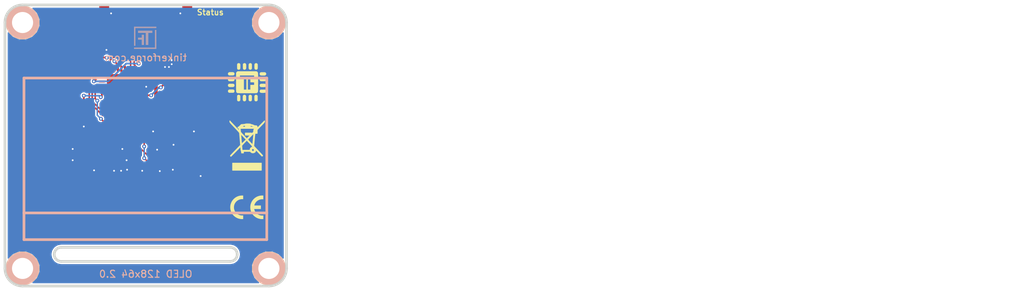
<source format=kicad_pcb>
(kicad_pcb (version 4) (host pcbnew 4.0.7-e2-6376~61~ubuntu18.04.1)
  (title_block (title "OLED 128x64") (date 2018-02-21) (rev 2.0) (company "Tinkerforfge GmbH") (comment 1 "Licensed under CERN OHL v.1.1") (comment 2 "Copyright (©) 2018, L.Lauer <lukas@tinkerforge.com>"))
  (layers (0 F.Cu signal) (31 B.Cu signal) (34 B.Paste user) (35 F.Paste user) (36 B.SilkS user) (37 F.SilkS user) (38 B.Mask user) (39 F.Mask user) (44 Edge.Cuts user))
  (net 0 "")
  (net 1 GND)
  (net 2 "Net-(P1-Pad4)")
  (net 3 "Net-(P1-Pad5)")
  (net 4 "Net-(P1-Pad6)")
  (net 5 "Net-(C7-Pad2)")
  (net 6 "Net-(C10-Pad2)")
  (net 7 "Net-(R1-Pad1)")
  (net 8 "Net-(C8-Pad1)")
  (net 9 "Net-(C8-Pad2)")
  (net 10 "Net-(C11-Pad2)")
  (net 11 "Net-(C10-Pad1)")
  (net 12 "Net-(RP1-Pad5)")
  (net 13 "Net-(RP1-Pad6)")
  (net 14 "Net-(RP1-Pad7)")
  (net 15 "Net-(RP1-Pad8)")
  (net 16 "Net-(P1-Pad1)")
  (net 17 "Net-(U3-Pad7)")
  (net 18 "Net-(U3-Pad20)")
  (net 19 "Net-(C1-Pad1)")
  (net 20 VCC)
  (net 21 "Net-(D1-Pad2)")
  (net 22 "Net-(P2-Pad1)")
  (net 23 "Net-(P3-Pad2)")
  (net 24 "Net-(R2-Pad1)")
  (net 25 M-CS)
  (net 26 DC)
  (net 27 M-CLK)
  (net 28 M-MOSI)
  (net 29 S-MISO)
  (net 30 S-MOSI)
  (net 31 S-CLK)
  (net 32 S-CS)
  (net 33 "Net-(U1-Pad3)")
  (net 34 "Net-(U1-Pad5)")
  (net 35 "Net-(U1-Pad6)")
  (net 36 "Net-(U1-Pad8)")
  (net 37 "Net-(U1-Pad13)")
  (net 38 "Net-(U1-Pad14)")
  (net 39 "Net-(U1-Pad16)")
  (net 40 "Net-(U1-Pad17)")
  (net 41 "Net-(U1-Pad21)")
  (net 42 OLED_RESET)
  (net 43 "Net-(U1-Pad4)")
  (module kicad-libraries:DRILL_NP (layer F.Cu) (at 136.6 124.1)
    (fp_text reference U4 hide)
    (fp_text value DRILL hide)
    (pad "" np_thru_hole circle (at 0 0) (size 2.99974 2.99974) (drill 2.99974) (layers *.Cu *.Mask F.SilkS) (clearance 0.89916))
  )
  (module kicad-libraries:DRILL_NP (layer F.Cu) (at 171.6 124.1)
    (fp_text reference U5 hide)
    (fp_text value DRILL hide)
    (pad "" np_thru_hole circle (at 0 0) (size 2.99974 2.99974) (drill 2.99974) (layers *.Cu *.Mask F.SilkS) (clearance 0.89916))
  )
  (module kicad-libraries:DRILL_NP (layer F.Cu) (at 171.6 159.1)
    (fp_text reference U6 hide)
    (fp_text value DRILL hide)
    (pad "" np_thru_hole circle (at 0 0) (size 2.99974 2.99974) (drill 2.99974) (layers *.Cu *.Mask F.SilkS) (clearance 0.89916))
  )
  (module kicad-libraries:Fiducial_Mark (layer F.Cu) (at 167.1 123.1)
    (fp_text reference Fiducial_Mark hide)
    (fp_text value VAL** hide)
    (pad 1 smd circle (at 0 0) (size 1.00076 1.00076) (layers F.Cu F.Mask) (clearance 0.65024))
  )
  (module kicad-libraries:Fiducial_Mark (layer F.Cu) (at 141.1 123.1)
    (fp_text reference Fiducial_Mark hide)
    (fp_text value VAL** hide)
    (pad 1 smd circle (at 0 0) (size 1.00076 1.00076) (layers F.Cu F.Mask) (clearance 0.65024))
  )
  (module kicad-libraries:Fiducial_Mark (layer F.Cu) (at 169.6 154.6)
    (fp_text reference Fiducial_Mark hide)
    (fp_text value VAL** hide)
    (pad 1 smd circle (at 0 0) (size 1.00076 1.00076) (layers F.Cu F.Mask) (clearance 0.65024))
  )
  (module kicad-libraries:DRILL_NP (layer F.Cu) (at 136.6 159.1)
    (fp_text reference U7 hide)
    (fp_text value DRILL hide)
    (pad "" np_thru_hole circle (at 0 0) (size 2.99974 2.99974) (drill 2.99974) (layers *.Cu *.Mask F.SilkS) (clearance 0.89916))
  )
  (module kicad-libraries:Logo_31x31 (layer B.Cu) (at 155.6 124.7 180)
    (fp_text reference G*** hide)
    (fp_text value LOGO hide)
  )
  (module kicad-libraries:C0805 (layer F.Cu) (at 156.15 140.5)
    (fp_text reference C3)
    (fp_text value 4.7µF/25V)
    (pad 1 smd rect (at -1.00076 0) (size 1.00076 1.24968) (layers F.Cu F.Paste F.Mask) (net 1 GND) (clearance 0.14986))
    (pad 2 smd rect (at 1.00076 0) (size 1.00076 1.24968) (layers F.Cu F.Paste F.Mask) (net 20 VCC) (clearance 0.14986))
  )
  (module kicad-libraries:C0603E (layer F.Cu) (at 156.5 143.05 270)
    (fp_text reference C4)
    (fp_text value 100nF)
    (pad 1 smd rect (at -0.8501 0 270) (size 1.1 1) (layers F.Cu F.Paste F.Mask) (net 1 GND))
    (pad 2 smd rect (at 0.8501 0 270) (size 1.1 1) (layers F.Cu F.Paste F.Mask) (net 20 VCC))
  )
  (module kicad-libraries:C0805 (layer F.Cu) (at 159.95 140.5 180)
    (fp_text reference C5)
    (fp_text value 4.7µF/25V)
    (pad 1 smd rect (at -1.00076 0 180) (size 1.00076 1.24968) (layers F.Cu F.Paste F.Mask) (net 1 GND) (clearance 0.14986))
    (pad 2 smd rect (at 1.00076 0 180) (size 1.00076 1.24968) (layers F.Cu F.Paste F.Mask) (net 20 VCC) (clearance 0.14986))
  )
  (module kicad-libraries:C0603E (layer F.Cu) (at 158.25 143.05 270)
    (fp_text reference C6)
    (fp_text value 100nF)
    (pad 1 smd rect (at -0.8501 0 270) (size 1.1 1) (layers F.Cu F.Paste F.Mask) (net 1 GND))
    (pad 2 smd rect (at 0.8501 0 270) (size 1.1 1) (layers F.Cu F.Paste F.Mask) (net 20 VCC))
  )
  (module kicad-libraries:C0805 (layer F.Cu) (at 149 142.1 180)
    (fp_text reference C7)
    (fp_text value 4.7µF/25V)
    (pad 1 smd rect (at -1.00076 0 180) (size 1.00076 1.24968) (layers F.Cu F.Paste F.Mask) (net 1 GND) (clearance 0.14986))
    (pad 2 smd rect (at 1.00076 0 180) (size 1.00076 1.24968) (layers F.Cu F.Paste F.Mask) (net 5 "Net-(C7-Pad2)") (clearance 0.14986))
  )
  (module kicad-libraries:C0603E (layer F.Cu) (at 160.3 143.05 270)
    (fp_text reference C8)
    (fp_text value 1µF)
    (pad 1 smd rect (at -0.8501 0 270) (size 1.1 1) (layers F.Cu F.Paste F.Mask) (net 8 "Net-(C8-Pad1)"))
    (pad 2 smd rect (at 0.8501 0 270) (size 1.1 1) (layers F.Cu F.Paste F.Mask) (net 9 "Net-(C8-Pad2)"))
  )
  (module kicad-libraries:C0805 (layer F.Cu) (at 145.5 142.1)
    (fp_text reference C9)
    (fp_text value 10µF)
    (pad 1 smd rect (at -1.00076 0) (size 1.00076 1.24968) (layers F.Cu F.Paste F.Mask) (net 1 GND) (clearance 0.14986))
    (pad 2 smd rect (at 1.00076 0) (size 1.00076 1.24968) (layers F.Cu F.Paste F.Mask) (net 10 "Net-(C11-Pad2)") (clearance 0.14986))
  )
  (module kicad-libraries:C0603E (layer F.Cu) (at 161.8 143.05 90)
    (fp_text reference C10)
    (fp_text value 1µF)
    (pad 1 smd rect (at -0.8501 0 90) (size 1.1 1) (layers F.Cu F.Paste F.Mask) (net 11 "Net-(C10-Pad1)"))
    (pad 2 smd rect (at 0.8501 0 90) (size 1.1 1) (layers F.Cu F.Paste F.Mask) (net 6 "Net-(C10-Pad2)"))
  )
  (module kicad-libraries:C0603E (layer F.Cu) (at 145.4 143.7)
    (fp_text reference C11)
    (fp_text value 100nF)
    (pad 1 smd rect (at -0.8501 0) (size 1.1 1) (layers F.Cu F.Paste F.Mask) (net 1 GND))
    (pad 2 smd rect (at 0.8501 0) (size 1.1 1) (layers F.Cu F.Paste F.Mask) (net 10 "Net-(C11-Pad2)"))
  )
  (module kicad-libraries:R0603E (layer F.Cu) (at 149.7 143.7)
    (fp_text reference R1)
    (fp_text value 390k)
    (pad 1 smd rect (at -0.8501 0) (size 1.1 1) (layers F.Cu F.Paste F.Mask) (net 7 "Net-(R1-Pad1)"))
    (pad 2 smd rect (at 0.8501 0) (size 1.1 1) (layers F.Cu F.Paste F.Mask) (net 1 GND))
  )
  (module kicad-libraries:0603X4 (layer F.Cu) (at 149.77 137.74 90)
    (fp_text reference RP1)
    (fp_text value 2k2)
    (pad 1 smd rect (at 1.19888 -0.8509 90) (size 0.44958 0.89916) (layers F.Cu F.Paste F.Mask) (net 25 M-CS))
    (pad 2 smd rect (at 0.39878 -0.8509 90) (size 0.44958 0.89916) (layers F.Cu F.Paste F.Mask) (net 26 DC))
    (pad 3 smd rect (at -0.39878 -0.8509 90) (size 0.44958 0.89916) (layers F.Cu F.Paste F.Mask) (net 27 M-CLK))
    (pad 4 smd rect (at -1.19888 -0.8509 90) (size 0.44958 0.89916) (layers F.Cu F.Paste F.Mask) (net 28 M-MOSI))
    (pad 5 smd rect (at -1.19888 0.8509 90) (size 0.44958 0.89916) (layers F.Cu F.Paste F.Mask) (net 12 "Net-(RP1-Pad5)"))
    (pad 6 smd rect (at -0.39878 0.8509 90) (size 0.44958 0.89916) (layers F.Cu F.Paste F.Mask) (net 13 "Net-(RP1-Pad6)"))
    (pad 7 smd rect (at 0.39878 0.8509 90) (size 0.44958 0.89916) (layers F.Cu F.Paste F.Mask) (net 14 "Net-(RP1-Pad7)"))
    (pad 8 smd rect (at 1.19888 0.8509 90) (size 0.44958 0.89916) (layers F.Cu F.Paste F.Mask) (net 15 "Net-(RP1-Pad8)"))
  )
  (module kicad-libraries:CE_5mm (layer F.Cu) (at 168.5 150.4)
    (fp_text reference VAL hide)
    (fp_text value CE_5mm hide)
  )
  (module kicad-libraries:WEEE_7mm (layer F.Cu) (at 168.5 141.6)
    (fp_text reference G*** hide)
    (fp_text value LOGO hide)
  )
  (module kicad-libraries:ER-CON30HT-1 (layer F.Cu) (at 154.1 146.6)
    (fp_text reference U3)
    (fp_text value OLED013)
    (pad 1 smd rect (at 7.25 -0.2) (size 0.3 1.6) (layers F.Cu F.Paste F.Mask) (net 1 GND))
    (pad 2 smd rect (at 6.75 -0.2) (size 0.3 1.6) (layers F.Cu F.Paste F.Mask) (net 6 "Net-(C10-Pad2)"))
    (pad 3 smd rect (at 6.25 -0.2) (size 0.3 1.6) (layers F.Cu F.Paste F.Mask) (net 11 "Net-(C10-Pad1)"))
    (pad 4 smd rect (at 5.75 -0.2) (size 0.3 1.6) (layers F.Cu F.Paste F.Mask) (net 9 "Net-(C8-Pad2)"))
    (pad 5 smd rect (at 5.25 -0.2) (size 0.3 1.6) (layers F.Cu F.Paste F.Mask) (net 8 "Net-(C8-Pad1)"))
    (pad 6 smd rect (at 4.75 -0.2) (size 0.3 1.6) (layers F.Cu F.Paste F.Mask) (net 20 VCC))
    (pad 7 smd rect (at 4.25 -0.2) (size 0.3 1.6) (layers F.Cu F.Paste F.Mask) (net 17 "Net-(U3-Pad7)"))
    (pad 8 smd rect (at 3.75 -0.2) (size 0.3 1.6) (layers F.Cu F.Paste F.Mask) (net 1 GND))
    (pad 9 smd rect (at 3.25 -0.2) (size 0.3 1.6) (layers F.Cu F.Paste F.Mask) (net 20 VCC))
    (pad 10 smd rect (at 2.75 -0.2) (size 0.3 1.6) (layers F.Cu F.Paste F.Mask) (net 1 GND))
    (pad 11 smd rect (at 2.25 -0.2) (size 0.3 1.6) (layers F.Cu F.Paste F.Mask) (net 1 GND))
    (pad 12 smd rect (at 1.75 -0.2) (size 0.3 1.6) (layers F.Cu F.Paste F.Mask) (net 1 GND))
    (pad 13 smd rect (at 1.25 -0.2) (size 0.3 1.6) (layers F.Cu F.Paste F.Mask) (net 15 "Net-(RP1-Pad8)"))
    (pad 14 smd rect (at 0.75 -0.2) (size 0.3 1.6) (layers F.Cu F.Paste F.Mask) (net 42 OLED_RESET))
    (pad 15 smd rect (at 0.25 -0.2) (size 0.3 1.6) (layers F.Cu F.Paste F.Mask) (net 14 "Net-(RP1-Pad7)"))
    (pad 16 smd rect (at -0.25 -0.2) (size 0.3 1.6) (layers F.Cu F.Paste F.Mask) (net 1 GND))
    (pad 17 smd rect (at -0.75 -0.2) (size 0.3 1.6) (layers F.Cu F.Paste F.Mask) (net 1 GND))
    (pad 18 smd rect (at -1.25 -0.2) (size 0.3 1.6) (layers F.Cu F.Paste F.Mask) (net 13 "Net-(RP1-Pad6)"))
    (pad 19 smd rect (at -1.75 -0.2) (size 0.3 1.6) (layers F.Cu F.Paste F.Mask) (net 12 "Net-(RP1-Pad5)"))
    (pad 20 smd rect (at -2.25 -0.2) (size 0.3 1.6) (layers F.Cu F.Paste F.Mask) (net 18 "Net-(U3-Pad20)"))
    (pad 21 smd rect (at -2.75 -0.2) (size 0.3 1.6) (layers F.Cu F.Paste F.Mask) (net 1 GND))
    (pad 22 smd rect (at -3.25 -0.2) (size 0.3 1.6) (layers F.Cu F.Paste F.Mask) (net 1 GND))
    (pad 23 smd rect (at -3.75 -0.2) (size 0.3 1.6) (layers F.Cu F.Paste F.Mask) (net 1 GND))
    (pad 24 smd rect (at -4.24 -0.2) (size 0.3 1.6) (layers F.Cu F.Paste F.Mask) (net 1 GND))
    (pad 25 smd rect (at -4.75 -0.2) (size 0.3 1.6) (layers F.Cu F.Paste F.Mask) (net 1 GND))
    (pad 26 smd rect (at -5.25 -0.2) (size 0.3 1.6) (layers F.Cu F.Paste F.Mask) (net 7 "Net-(R1-Pad1)"))
    (pad 27 smd rect (at -5.75 -0.2) (size 0.3 1.6) (layers F.Cu F.Paste F.Mask) (net 5 "Net-(C7-Pad2)"))
    (pad 28 smd rect (at -6.25 -0.2) (size 0.3 1.6) (layers F.Cu F.Paste F.Mask) (net 10 "Net-(C11-Pad2)"))
    (pad 29 smd rect (at -6.75 -0.2) (size 0.3 1.6) (layers F.Cu F.Paste F.Mask) (net 1 GND))
    (pad 30 smd rect (at -7.25 -0.2) (size 0.3 1.6) (layers F.Cu F.Paste F.Mask) (net 1 GND))
    (pad "" smd rect (at -8.79 2.325) (size 2 3) (layers F.Cu F.Paste F.Mask))
    (pad "" smd rect (at 8.79 2.325) (size 2 3) (layers F.Cu F.Paste F.Mask))
  )
  (module kicad-libraries:C0402E (layer F.Cu) (at 149.8 128 180)
    (fp_text reference C1)
    (fp_text value 220pF)
    (pad 1 smd rect (at -0.65 0 180) (size 0.7 0.9) (layers F.Cu F.Paste F.Mask) (net 19 "Net-(C1-Pad1)"))
    (pad 2 smd rect (at 0.65 0 180) (size 0.7 0.9) (layers F.Cu F.Paste F.Mask) (net 1 GND))
  )
  (module kicad-libraries:C0805 (layer F.Cu) (at 156.2 128.2)
    (fp_text reference C12)
    (fp_text value 10uF)
    (pad 1 smd rect (at -1.00076 0) (size 1.00076 1.24968) (layers F.Cu F.Paste F.Mask) (net 20 VCC) (clearance 0.14986))
    (pad 2 smd rect (at 1.00076 0) (size 1.00076 1.24968) (layers F.Cu F.Paste F.Mask) (net 1 GND) (clearance 0.14986))
  )
  (module kicad-libraries:C0603F (layer F.Cu) (at 156.3 129.7)
    (fp_text reference C13)
    (fp_text value 1uF)
    (pad 1 smd rect (at -0.75 0) (size 0.9 0.9) (layers F.Cu F.Paste F.Mask) (net 20 VCC))
    (pad 2 smd rect (at 0.75 0) (size 0.9 0.9) (layers F.Cu F.Paste F.Mask) (net 1 GND))
  )
  (module kicad-libraries:C0603F (layer F.Cu) (at 153.44 132.49 270)
    (fp_text reference C14)
    (fp_text value 100nF)
    (pad 1 smd rect (at -0.75 0 270) (size 0.9 0.9) (layers F.Cu F.Paste F.Mask) (net 20 VCC))
    (pad 2 smd rect (at 0.75 0 270) (size 0.9 0.9) (layers F.Cu F.Paste F.Mask) (net 1 GND))
  )
  (module kicad-libraries:D0603F (layer F.Cu) (at 163.18 123.99)
    (fp_text reference D1)
    (fp_text value blue)
    (pad 1 smd rect (at -0.75 0) (size 0.9 0.9) (layers F.Cu F.Paste F.Mask) (net 20 VCC))
    (pad 2 smd rect (at 0.75 0) (size 0.9 0.9) (layers F.Cu F.Paste F.Mask) (net 21 "Net-(D1-Pad2)"))
  )
  (module kicad-libraries:CON-SENSOR2 (layer F.Cu) (at 154.1 121.6 180)
    (fp_text reference P1)
    (fp_text value CON-SENSOR2)
    (pad 1 smd rect (at -3.75 -4.6 180) (size 0.6 1.8) (layers F.Cu F.Paste F.Mask) (net 16 "Net-(P1-Pad1)"))
    (pad 2 smd rect (at -2.5 -4.6 180) (size 0.6 1.8) (layers F.Cu F.Paste F.Mask) (net 1 GND))
    (pad EP smd rect (at -5.9 -1.2 180) (size 1.4 2.4) (layers F.Cu F.Paste F.Mask) (net 1 GND))
    (pad EP smd rect (at 5.9 -1.2 180) (size 1.4 2.4) (layers F.Cu F.Paste F.Mask) (net 1 GND))
    (pad 3 smd rect (at -1.25 -4.6 180) (size 0.6 1.8) (layers F.Cu F.Paste F.Mask) (net 20 VCC))
    (pad 4 smd rect (at 0 -4.6 180) (size 0.6 1.8) (layers F.Cu F.Paste F.Mask) (net 2 "Net-(P1-Pad4)"))
    (pad 5 smd rect (at 1.25 -4.6 180) (size 0.6 1.8) (layers F.Cu F.Paste F.Mask) (net 3 "Net-(P1-Pad5)"))
    (pad 6 smd rect (at 2.5 -4.6 180) (size 0.6 1.8) (layers F.Cu F.Paste F.Mask) (net 4 "Net-(P1-Pad6)"))
    (pad 7 smd rect (at 3.75 -4.6 180) (size 0.6 1.8) (layers F.Cu F.Paste F.Mask) (net 19 "Net-(C1-Pad1)"))
  )
  (module kicad-libraries:DEBUG_PAD (layer F.Cu) (at 144.43 129.07)
    (fp_text reference P2)
    (fp_text value DEBUG)
    (pad 1 smd circle (at 0 0) (size 0.7 0.7) (layers F.Cu F.Paste F.Mask) (net 22 "Net-(P2-Pad1)"))
  )
  (module kicad-libraries:SolderJumper (layer F.Cu) (at 145.3 137.91 90)
    (fp_text reference P3)
    (fp_text value BOOT)
    (pad 2 smd rect (at 0.55 0 90) (size 0.3 1.4) (layers F.Cu F.Mask) (net 23 "Net-(P3-Pad2)"))
    (pad 2 smd rect (at 0.15 0 90) (size 0.6 0.5) (layers F.Cu F.Mask) (net 23 "Net-(P3-Pad2)"))
    (pad 1 smd rect (at -0.5 0 90) (size 0.4 1.4) (layers F.Cu F.Mask) (net 1 GND))
    (pad 1 smd rect (at -0.225 0.55 90) (size 0.95 0.3) (layers F.Cu F.Mask) (net 1 GND))
    (pad 1 smd rect (at -0.225 -0.55 90) (size 0.95 0.3) (layers F.Cu F.Mask) (net 1 GND))
  )
  (module kicad-libraries:R0603F (layer F.Cu) (at 163.18 125.33)
    (fp_text reference R2)
    (fp_text value 1k)
    (pad 1 smd rect (at -0.75 0) (size 0.9 0.9) (layers F.Cu F.Paste F.Mask) (net 24 "Net-(R2-Pad1)"))
    (pad 2 smd rect (at 0.75 0) (size 0.9 0.9) (layers F.Cu F.Paste F.Mask) (net 21 "Net-(D1-Pad2)"))
  )
  (module kicad-libraries:4X0402 (layer F.Cu) (at 152.2 128.5 180)
    (fp_text reference RP2)
    (fp_text value 82)
    (pad 1 smd rect (at -0.7493 0.575) (size 0.29972 0.65) (layers F.Cu F.Paste F.Mask) (net 2 "Net-(P1-Pad4)"))
    (pad 2 smd rect (at -0.24892 0.575) (size 0.29972 0.65) (layers F.Cu F.Paste F.Mask) (net 3 "Net-(P1-Pad5)"))
    (pad 3 smd rect (at 0.24892 0.575) (size 0.29972 0.65) (layers F.Cu F.Paste F.Mask) (net 4 "Net-(P1-Pad6)"))
    (pad 4 smd rect (at 0.7493 0.575) (size 0.29972 0.65) (layers F.Cu F.Paste F.Mask) (net 19 "Net-(C1-Pad1)"))
    (pad 5 smd rect (at 0.7493 -0.575 180) (size 0.29972 0.65) (layers F.Cu F.Paste F.Mask) (net 29 S-MISO))
    (pad 6 smd rect (at 0.24892 -0.575 180) (size 0.29972 0.65) (layers F.Cu F.Paste F.Mask) (net 30 S-MOSI))
    (pad 7 smd rect (at -0.24892 -0.575 180) (size 0.29972 0.65) (layers F.Cu F.Paste F.Mask) (net 31 S-CLK))
    (pad 8 smd rect (at -0.7493 -0.575 180) (size 0.29972 0.65) (layers F.Cu F.Paste F.Mask) (net 32 S-CS))
  )
  (module kicad-libraries:QFN24-4x4mm-0.5mm (layer F.Cu) (at 149.89 132.74 90)
    (fp_text reference U1)
    (fp_text value XMC130024)
    (pad 1 smd oval (at -2.025 -1.25 90) (size 1 0.3) (layers F.Cu F.Paste F.Mask) (net 28 M-MOSI))
    (pad 2 smd oval (at -2.025 -0.75 90) (size 1 0.3) (layers F.Cu F.Paste F.Mask) (net 42 OLED_RESET))
    (pad 3 smd oval (at -2.025 -0.25 90) (size 1 0.3) (layers F.Cu F.Paste F.Mask) (net 33 "Net-(U1-Pad3)"))
    (pad 4 smd oval (at -2.025 0.25 90) (size 1 0.3) (layers F.Cu F.Paste F.Mask) (net 43 "Net-(U1-Pad4)"))
    (pad 5 smd oval (at -2.025 0.75 90) (size 1 0.3) (layers F.Cu F.Paste F.Mask) (net 34 "Net-(U1-Pad5)"))
    (pad 6 smd oval (at -2.025 1.25 90) (size 1 0.3) (layers F.Cu F.Paste F.Mask) (net 35 "Net-(U1-Pad6)"))
    (pad 7 smd oval (at -1.25 2.025 180) (size 1 0.3) (layers F.Cu F.Paste F.Mask) (net 24 "Net-(R2-Pad1)"))
    (pad 8 smd oval (at -0.75 2.025 180) (size 1 0.3) (layers F.Cu F.Paste F.Mask) (net 36 "Net-(U1-Pad8)"))
    (pad 9 smd oval (at -0.25 2.025 180) (size 1 0.3) (layers F.Cu F.Paste F.Mask) (net 1 GND))
    (pad 10 smd oval (at 0.25 2.025 180) (size 1 0.3) (layers F.Cu F.Paste F.Mask) (net 20 VCC))
    (pad 11 smd oval (at 0.75 2.025 180) (size 1 0.3) (layers F.Cu F.Paste F.Mask) (net 31 S-CLK))
    (pad 12 smd oval (at 1.25 2.025 180) (size 1 0.3) (layers F.Cu F.Paste F.Mask) (net 30 S-MOSI))
    (pad 13 smd oval (at 2.025 1.25 90) (size 1 0.3) (layers F.Cu F.Paste F.Mask) (net 37 "Net-(U1-Pad13)"))
    (pad 14 smd oval (at 2.025 0.75 90) (size 1 0.3) (layers F.Cu F.Paste F.Mask) (net 38 "Net-(U1-Pad14)"))
    (pad 15 smd oval (at 2.025 0.25 90) (size 1 0.3) (layers F.Cu F.Paste F.Mask) (net 22 "Net-(P2-Pad1)"))
    (pad 16 smd oval (at 2.025 -0.25 90) (size 1 0.3) (layers F.Cu F.Paste F.Mask) (net 39 "Net-(U1-Pad16)"))
    (pad 17 smd oval (at 2.025 -0.75 90) (size 1 0.3) (layers F.Cu F.Paste F.Mask) (net 40 "Net-(U1-Pad17)"))
    (pad 18 smd oval (at 2.025 -1.25 90) (size 1 0.3) (layers F.Cu F.Paste F.Mask) (net 29 S-MISO))
    (pad 19 smd oval (at 1.25 -2.025 180) (size 1 0.3) (layers F.Cu F.Paste F.Mask) (net 26 DC))
    (pad 20 smd oval (at 0.75 -2.025 180) (size 1 0.3) (layers F.Cu F.Paste F.Mask) (net 32 S-CS))
    (pad 21 smd oval (at 0.25 -2.025 180) (size 1 0.3) (layers F.Cu F.Paste F.Mask) (net 41 "Net-(U1-Pad21)"))
    (pad 22 smd oval (at -0.25 -2.025 180) (size 1 0.3) (layers F.Cu F.Paste F.Mask) (net 25 M-CS))
    (pad 23 smd oval (at -0.75 -2.025 180) (size 1 0.3) (layers F.Cu F.Paste F.Mask) (net 27 M-CLK))
    (pad 24 smd oval (at -1.25 -2.025 180) (size 1 0.3) (layers F.Cu F.Paste F.Mask) (net 23 "Net-(P3-Pad2)"))
    (pad EXP smd rect (at 0.65 0.65 90) (size 1.3 1.3) (layers F.Cu F.Paste F.Mask) (net 1 GND))
    (pad EXP smd rect (at 0.65 -0.65 90) (size 1.3 1.3) (layers F.Cu F.Paste F.Mask) (net 1 GND))
    (pad EXP smd rect (at -0.65 0.65 90) (size 1.3 1.3) (layers F.Cu F.Paste F.Mask) (net 1 GND))
    (pad EXP smd rect (at -0.65 -0.65 90) (size 1.3 1.3) (layers F.Cu F.Paste F.Mask) (net 1 GND))
  )
  (module kicad-libraries:Logo_CoMCU (layer F.Cu) (at 168.5 132.6)
    (fp_text reference G*** hide)
    (fp_text value LOGO hide)
  )
  (gr_text Status (at 163.28 122.65) (layer F.SilkS) (effects (font (size 0.8 0.8))))
  (gr_arc (start 142.1 157.1) (end 142.1 158.1) (angle 90) (layer Edge.Cuts) (width 0.381))
  (gr_arc (start 142.1 157.1) (end 141.1 157.1) (angle 90) (layer Edge.Cuts) (width 0.381))
  (gr_arc (start 166.1 157.1) (end 166.1 156.1) (angle 90) (layer Edge.Cuts) (width 0.381))
  (gr_arc (start 166.1 157.1) (end 167.1 157.1) (angle 90) (layer Edge.Cuts) (width 0.381))
  (gr_line (start 166.1 158.1) (end 142.1 158.1) (angle 90) (layer Edge.Cuts) (width 0.381))
  (gr_line (start 142.1 156.1) (end 166.1 156.1) (angle 90) (layer Edge.Cuts) (width 0.381))
  (gr_line (start 171.3 155) (end 171.3 151.2) (angle 90) (layer B.SilkS) (width 0.381))
  (gr_line (start 136.8 155) (end 171.3 155) (angle 90) (layer B.SilkS) (width 0.381))
  (gr_line (start 136.8 151.2) (end 136.8 155) (angle 90) (layer B.SilkS) (width 0.381))
  (gr_line (start 171.6 121.6) (end 136.6 121.6) (angle 90) (layer Edge.Cuts) (width 0.381))
  (gr_line (start 174.1 159.1) (end 174.1 124.1) (angle 90) (layer Edge.Cuts) (width 0.381))
  (gr_line (start 136.6 161.6) (end 171.6 161.6) (angle 90) (layer Edge.Cuts) (width 0.381))
  (gr_line (start 134.1 124.1) (end 134.1 159.1) (angle 90) (layer Edge.Cuts) (width 0.381))
  (gr_line (start 136.8 151.2) (end 136.8 132) (angle 90) (layer B.SilkS) (width 0.381))
  (gr_line (start 171.3 151.2) (end 136.8 151.2) (angle 90) (layer B.SilkS) (width 0.381))
  (gr_line (start 171.3 132) (end 171.3 151.2) (angle 90) (layer B.SilkS) (width 0.381))
  (gr_line (start 136.8 132) (end 171.3 132) (angle 90) (layer B.SilkS) (width 0.381))
  (gr_text "OLED 128x64 2.0" (at 154.1 159.9) (layer B.SilkS) (effects (font (size 1 1)) (justify mirror)))
  (gr_text tinkerforge.com (at 154.1 129.1) (layer B.SilkS) (effects (font (size 1 1)) (justify mirror)))
  (gr_arc (start 171.6 124.1) (end 171.6 121.6) (angle 90) (layer Edge.Cuts) (width 0.381))
  (gr_arc (start 136.6 124.1) (end 134.1 124.1) (angle 90) (layer Edge.Cuts) (width 0.381))
  (gr_arc (start 136.6 159.1) (end 136.6 161.6) (angle 90) (layer Edge.Cuts) (width 0.381))
  (gr_arc (start 171.6 159.1) (end 174.1 159.1) (angle 90) (layer Edge.Cuts) (width 0.381))
  (segment (start 145.3 138.41) (end 145.3 138.9) (width 0.2) (layer F.Cu) (net 1))
  (via (at 145.3 138.9) (size 0.55) (drill 0.25) (layers F.Cu B.Cu) (net 1))
  (segment (start 144.75 138.135) (end 144.75 138.35) (width 0.2) (layer F.Cu) (net 1))
  (segment (start 144.75 138.35) (end 144.81 138.41) (width 0.2) (layer F.Cu) (net 1))
  (segment (start 144.81 138.41) (end 145.75 138.41) (width 0.2) (layer F.Cu) (net 1))
  (segment (start 145.75 138.41) (end 145.87 138.29) (width 0.2) (layer F.Cu) (net 1))
  (segment (start 145.87 138.29) (end 145.87 138.1) (width 0.2) (layer F.Cu) (net 1))
  (segment (start 145.87 138.1) (end 145.85 138.135) (width 0.2) (layer F.Cu) (net 1))
  (segment (start 149.15 128) (end 148.52 128) (width 0.55) (layer F.Cu) (net 1))
  (via (at 148.52 128) (size 0.55) (drill 0.25) (layers F.Cu B.Cu) (net 1))
  (segment (start 156.5 142.1999) (end 155.7201 142.1999) (width 0.55) (layer F.Cu) (net 1))
  (via (at 155.72 142.2) (size 0.55) (drill 0.25) (layers F.Cu B.Cu) (net 1))
  (segment (start 155.7201 142.1999) (end 155.72 142.2) (width 0.55) (layer F.Cu) (net 1))
  (segment (start 146.85 145.44) (end 146.85 145.23) (width 0.25) (layer F.Cu) (net 1))
  (via (at 146.76 145.14) (size 0.55) (drill 0.25) (layers F.Cu B.Cu) (net 1))
  (segment (start 146.85 145.23) (end 146.76 145.14) (width 0.25) (layer F.Cu) (net 1))
  (segment (start 147.35 146.4) (end 147.35 145.515688) (width 0.25) (layer F.Cu) (net 1))
  (segment (start 146.85 145.44) (end 146.85 146.4) (width 0.25) (layer F.Cu) (net 1))
  (segment (start 146.99 145.3) (end 146.85 145.44) (width 0.25) (layer F.Cu) (net 1))
  (segment (start 147.134312 145.3) (end 146.99 145.3) (width 0.25) (layer F.Cu) (net 1))
  (segment (start 147.35 145.515688) (end 147.134312 145.3) (width 0.25) (layer F.Cu) (net 1))
  (segment (start 144.5499 143.7) (end 143.72 143.7) (width 0.55) (layer F.Cu) (net 1))
  (via (at 143.72 143.7) (size 0.55) (drill 0.25) (layers F.Cu B.Cu) (net 1))
  (segment (start 144.49924 142.1) (end 143.72 142.1) (width 0.55) (layer F.Cu) (net 1))
  (via (at 143.72 142.1) (size 0.55) (drill 0.25) (layers F.Cu B.Cu) (net 1))
  (segment (start 150.00076 142.1) (end 150.78 142.1) (width 0.55) (layer F.Cu) (net 1))
  (via (at 150.78 142.1) (size 0.55) (drill 0.25) (layers F.Cu B.Cu) (net 1))
  (segment (start 150.5501 143.7) (end 151.38 143.7) (width 0.55) (layer F.Cu) (net 1))
  (via (at 151.38 143.7) (size 0.55) (drill 0.25) (layers F.Cu B.Cu) (net 1))
  (segment (start 160.95076 140.5) (end 160.95076 139.60076) (width 0.55) (layer F.Cu) (net 1))
  (via (at 160.95 139.6) (size 0.55) (drill 0.25) (layers F.Cu B.Cu) (net 1))
  (segment (start 160.95076 139.60076) (end 160.95 139.6) (width 0.55) (layer F.Cu) (net 1))
  (segment (start 155.14924 140.5) (end 155.14924 139.60076) (width 0.55) (layer F.Cu) (net 1))
  (via (at 155.15 139.6) (size 0.55) (drill 0.25) (layers F.Cu B.Cu) (net 1))
  (segment (start 155.14924 139.60076) (end 155.15 139.6) (width 0.55) (layer F.Cu) (net 1))
  (segment (start 153.44 133.24) (end 154.17 133.24) (width 0.55) (layer F.Cu) (net 1))
  (via (at 154.17 133.24) (size 0.55) (drill 0.25) (layers F.Cu B.Cu) (net 1))
  (segment (start 160 122.8) (end 159.02 122.8) (width 0.55) (layer F.Cu) (net 1))
  (via (at 159.02 122.8) (size 0.55) (drill 0.25) (layers F.Cu B.Cu) (net 1))
  (segment (start 148.2 122.8) (end 149.18 122.8) (width 0.55) (layer F.Cu) (net 1))
  (via (at 149.18 122.8) (size 0.55) (drill 0.25) (layers F.Cu B.Cu) (net 1))
  (via (at 149.6 145.2) (size 0.55) (drill 0.25) (layers F.Cu B.Cu) (net 1))
  (segment (start 150.54 132.09) (end 149.24 132.09) (width 0.2) (layer F.Cu) (net 1))
  (segment (start 150.54 133.39) (end 149.24 133.39) (width 0.2) (layer F.Cu) (net 1))
  (segment (start 149.24 133.39) (end 149.24 132.09) (width 0.2) (layer F.Cu) (net 1))
  (segment (start 151.915 132.99) (end 150.94 132.99) (width 0.2) (layer F.Cu) (net 1))
  (segment (start 150.94 132.99) (end 150.54 133.39) (width 0.2) (layer F.Cu) (net 1))
  (segment (start 151.915 132.99) (end 152.61 132.99) (width 0.2) (layer F.Cu) (net 1))
  (segment (start 152.86 133.24) (end 153.44 133.24) (width 0.2) (layer F.Cu) (net 1))
  (segment (start 152.61 132.99) (end 152.86 133.24) (width 0.2) (layer F.Cu) (net 1))
  (segment (start 156.84 130.43) (end 156.84 129.91) (width 0.55) (layer F.Cu) (net 1))
  (via (at 156.84 130.43) (size 0.55) (drill 0.25) (layers F.Cu B.Cu) (net 1))
  (segment (start 156.84 129.91) (end 157.05 129.7) (width 0.55) (layer F.Cu) (net 1))
  (segment (start 157.79 130.03) (end 157.79 129.47) (width 0.55) (layer F.Cu) (net 1))
  (segment (start 157.54 129.7) (end 157.78 129.46) (width 0.55) (layer F.Cu) (net 1))
  (via (at 157.78 129.46) (size 0.55) (drill 0.25) (layers F.Cu B.Cu) (net 1))
  (segment (start 157.54 129.7) (end 157.05 129.7) (width 0.55) (layer F.Cu) (net 1))
  (via (at 157.79 130.03) (size 0.55) (drill 0.25) (layers F.Cu B.Cu) (net 1))
  (segment (start 157.79 129.47) (end 157.78 129.46) (width 0.55) (layer F.Cu) (net 1))
  (segment (start 157.4 130.43) (end 157.4 130.42) (width 0.55) (layer F.Cu) (net 1))
  (segment (start 157.79 130.03) (end 157.46 129.7) (width 0.55) (layer F.Cu) (net 1))
  (via (at 157.4 130.43) (size 0.55) (drill 0.25) (layers F.Cu B.Cu) (net 1))
  (segment (start 157.05 130.22) (end 157.05 129.7) (width 0.55) (layer F.Cu) (net 1))
  (segment (start 157.05 130.22) (end 156.84 130.43) (width 0.55) (layer F.Cu) (net 1))
  (segment (start 156.84 130.43) (end 157.4 130.43) (width 0.55) (layer F.Cu) (net 1))
  (segment (start 157.4 130.42) (end 157.79 130.03) (width 0.55) (layer F.Cu) (net 1))
  (segment (start 157.05 130.08) (end 157.4 130.43) (width 0.55) (layer F.Cu) (net 1))
  (segment (start 157.05 129.7) (end 157.46 129.7) (width 0.55) (layer F.Cu) (net 1))
  (segment (start 157.20076 128.2) (end 157.20076 129.54924) (width 0.55) (layer F.Cu) (net 1))
  (segment (start 157.20076 129.54924) (end 157.05 129.7) (width 0.55) (layer F.Cu) (net 1))
  (segment (start 156.6 126.2) (end 156.6 127.69924) (width 0.55) (layer F.Cu) (net 1))
  (segment (start 156.6 127.69924) (end 157.10076 128.2) (width 0.55) (layer F.Cu) (net 1))
  (segment (start 158.25 142.1999) (end 158.25 141.7) (width 0.5) (layer F.Cu) (net 1))
  (segment (start 158.25 141.7) (end 158.05 141.5) (width 0.5) (layer F.Cu) (net 1))
  (via (at 158.05 141.5) (size 0.55) (drill 0.25) (layers F.Cu B.Cu) (net 1))
  (segment (start 161.35 146.4) (end 161.35 146.2) (width 0.254) (layer F.Cu) (net 1))
  (segment (start 161.35 146.2) (end 161.6 145.95) (width 0.254) (layer F.Cu) (net 1))
  (segment (start 161.6 145.95) (end 161.9 145.95) (width 0.254) (layer F.Cu) (net 1))
  (via (at 161.9 145.95) (size 0.55) (drill 0.25) (layers F.Cu B.Cu) (net 1))
  (segment (start 157.85 146.4) (end 157.85 145.15) (width 0.254) (layer F.Cu) (net 1))
  (via (at 157.95 145.05) (size 0.55) (drill 0.25) (layers F.Cu B.Cu) (net 1))
  (segment (start 157.85 145.15) (end 157.95 145.05) (width 0.254) (layer F.Cu) (net 1))
  (segment (start 155.85 146.4) (end 155.85 145.5) (width 0.254) (layer F.Cu) (net 1))
  (via (at 156.1 145.25) (size 0.55) (drill 0.25) (layers F.Cu B.Cu) (net 1))
  (segment (start 155.85 145.5) (end 156.1 145.25) (width 0.254) (layer F.Cu) (net 1))
  (segment (start 156.85 146.4) (end 156.85 145.65) (width 0.254) (layer F.Cu) (net 1))
  (segment (start 156.85 145.65) (end 156.45 145.25) (width 0.254) (layer F.Cu) (net 1))
  (segment (start 156.45 145.25) (end 156.1 145.25) (width 0.254) (layer F.Cu) (net 1))
  (segment (start 156.35 146.4) (end 156.35 145.5) (width 0.254) (layer F.Cu) (net 1))
  (segment (start 156.35 145.5) (end 156.1 145.25) (width 0.254) (layer F.Cu) (net 1))
  (segment (start 153.85 146.4) (end 153.85 145.45) (width 0.254) (layer F.Cu) (net 1))
  (segment (start 153.35 145.45) (end 153.6 145.2) (width 0.254) (layer F.Cu) (net 1))
  (via (at 153.6 145.2) (size 0.55) (drill 0.25) (layers F.Cu B.Cu) (net 1))
  (segment (start 153.35 145.45) (end 153.35 146.4) (width 0.254) (layer F.Cu) (net 1))
  (segment (start 153.85 145.45) (end 153.6 145.2) (width 0.254) (layer F.Cu) (net 1))
  (segment (start 151.35 146.4) (end 151.35 145.15) (width 0.254) (layer F.Cu) (net 1))
  (via (at 151.45 145.05) (size 0.55) (drill 0.25) (layers F.Cu B.Cu) (net 1))
  (segment (start 151.35 145.15) (end 151.45 145.05) (width 0.254) (layer F.Cu) (net 1))
  (segment (start 150.85 146.4) (end 150.85 145.45) (width 0.254) (layer F.Cu) (net 1))
  (segment (start 150.35 145.45) (end 150.6 145.2) (width 0.254) (layer F.Cu) (net 1))
  (via (at 150.6 145.2) (size 0.55) (drill 0.25) (layers F.Cu B.Cu) (net 1))
  (segment (start 150.35 145.45) (end 150.35 146.4) (width 0.254) (layer F.Cu) (net 1))
  (segment (start 150.85 145.45) (end 150.6 145.2) (width 0.254) (layer F.Cu) (net 1))
  (segment (start 149.86 146.4) (end 149.86 145.46) (width 0.254) (layer F.Cu) (net 1))
  (segment (start 149.35 145.45) (end 149.6 145.2) (width 0.254) (layer F.Cu) (net 1))
  (segment (start 149.35 145.45) (end 149.35 146.4) (width 0.254) (layer F.Cu) (net 1))
  (segment (start 149.86 145.46) (end 149.6 145.2) (width 0.254) (layer F.Cu) (net 1))
  (segment (start 154.1 126.2) (end 154.1 126.63) (width 0.2) (layer F.Cu) (net 2))
  (segment (start 154.1 126.63) (end 153.34 127.39) (width 0.2) (layer F.Cu) (net 2))
  (segment (start 153.34 127.39) (end 153.13 127.39) (width 0.2) (layer F.Cu) (net 2))
  (segment (start 153.13 127.39) (end 152.9493 127.5707) (width 0.2) (layer F.Cu) (net 2))
  (segment (start 152.9493 127.5707) (end 152.9493 127.925) (width 0.2) (layer F.Cu) (net 2))
  (segment (start 152.85 126.2) (end 152.85 127.08) (width 0.2) (layer F.Cu) (net 3))
  (segment (start 152.85 127.08) (end 152.44892 127.48108) (width 0.2) (layer F.Cu) (net 3))
  (segment (start 152.44892 127.48108) (end 152.44892 127.925) (width 0.2) (layer F.Cu) (net 3))
  (segment (start 151.6 126.2) (end 151.6 127.1) (width 0.2) (layer F.Cu) (net 4))
  (segment (start 151.6 127.1) (end 151.95108 127.45108) (width 0.2) (layer F.Cu) (net 4))
  (segment (start 151.95108 127.45108) (end 151.95108 127.925) (width 0.2) (layer F.Cu) (net 4))
  (segment (start 148.35 146.4) (end 148.35 145.25) (width 0.254) (layer F.Cu) (net 5))
  (segment (start 147.8 144.7) (end 147.8 142.29924) (width 0.25) (layer F.Cu) (net 5))
  (segment (start 148.35 145.25) (end 147.8 144.7) (width 0.25) (layer F.Cu) (net 5))
  (segment (start 147.8 142.29924) (end 147.99924 142.1) (width 0.254) (layer F.Cu) (net 5))
  (segment (start 160.85 146.4) (end 160.85 145.494002) (width 0.254) (layer F.Cu) (net 6))
  (segment (start 162.65 143.0499) (end 161.8 142.1999) (width 0.254) (layer F.Cu) (net 6))
  (segment (start 162.65 144.75) (end 162.65 143.0499) (width 0.254) (layer F.Cu) (net 6))
  (segment (start 162.15 145.25) (end 162.65 144.75) (width 0.254) (layer F.Cu) (net 6))
  (segment (start 161.094002 145.25) (end 162.15 145.25) (width 0.254) (layer F.Cu) (net 6))
  (segment (start 160.85 145.494002) (end 161.094002 145.25) (width 0.254) (layer F.Cu) (net 6))
  (segment (start 148.85 146.4) (end 148.85 143.7001) (width 0.254) (layer F.Cu) (net 7))
  (segment (start 148.85 143.7001) (end 148.8499 143.7) (width 0.254) (layer F.Cu) (net 7))
  (segment (start 159.35 146.4) (end 159.35 144.95) (width 0.254) (layer F.Cu) (net 8))
  (segment (start 159.35 143.2499) (end 160.1 142.4999) (width 0.254) (layer F.Cu) (net 8))
  (segment (start 159.35 144.95) (end 159.35 143.2499) (width 0.254) (layer F.Cu) (net 8))
  (segment (start 159.35 144.95) (end 159.35 144.95) (width 0.254) (layer F.Cu) (net 8))
  (segment (start 159.85 146.4) (end 159.85 145.05) (width 0.254) (layer F.Cu) (net 9))
  (segment (start 160 144.9) (end 160 143.9501) (width 0.254) (layer F.Cu) (net 9))
  (segment (start 159.85 145.05) (end 160 144.9) (width 0.254) (layer F.Cu) (net 9))
  (segment (start 146.2501 143.7) (end 146.2501 142.35066) (width 0.254) (layer F.Cu) (net 10))
  (segment (start 146.2501 142.35066) (end 146.50076 142.1) (width 0.254) (layer F.Cu) (net 10))
  (segment (start 147.85 146.4) (end 147.85 145.45) (width 0.254) (layer F.Cu) (net 10))
  (segment (start 147.85 145.45) (end 146.2501 143.8501) (width 0.25) (layer F.Cu) (net 10))
  (segment (start 146.2501 143.8501) (end 146.2501 143.7) (width 0.254) (layer F.Cu) (net 10))
  (segment (start 160.35 146.4) (end 160.35 145.35) (width 0.254) (layer F.Cu) (net 11))
  (segment (start 161.45 144.8) (end 161.8 144.45) (width 0.254) (layer F.Cu) (net 11))
  (segment (start 160.9 144.8) (end 161.45 144.8) (width 0.254) (layer F.Cu) (net 11))
  (segment (start 160.35 145.35) (end 160.9 144.8) (width 0.254) (layer F.Cu) (net 11))
  (segment (start 161.8 144.45) (end 161.8 143.9001) (width 0.254) (layer F.Cu) (net 11))
  (segment (start 150.6209 138.93888) (end 151.28888 138.93888) (width 0.2) (layer F.Cu) (net 12))
  (segment (start 152.35 143.68) (end 152.35 146.4) (width 0.2) (layer F.Cu) (net 12))
  (segment (start 152.01 143.34) (end 152.35 143.68) (width 0.2) (layer F.Cu) (net 12))
  (segment (start 152.01 139.66) (end 152.01 143.34) (width 0.2) (layer F.Cu) (net 12))
  (segment (start 151.28888 138.93888) (end 152.01 139.66) (width 0.2) (layer F.Cu) (net 12))
  (segment (start 150.6209 138.13878) (end 151.24878 138.13878) (width 0.2) (layer F.Cu) (net 13))
  (segment (start 152.85 143.28) (end 152.85 146.4) (width 0.2) (layer F.Cu) (net 13))
  (segment (start 152.41 142.84) (end 152.85 143.28) (width 0.2) (layer F.Cu) (net 13))
  (segment (start 152.41 139.3) (end 152.41 142.84) (width 0.2) (layer F.Cu) (net 13))
  (segment (start 151.24878 138.13878) (end 152.41 139.3) (width 0.2) (layer F.Cu) (net 13))
  (segment (start 154.35 146.4) (end 154.35 144.65) (width 0.2) (layer F.Cu) (net 14))
  (segment (start 151.21122 137.34122) (end 150.6209 137.34122) (width 0.2) (layer F.Cu) (net 14))
  (segment (start 152.81 138.94) (end 151.21122 137.34122) (width 0.2) (layer F.Cu) (net 14))
  (segment (start 152.81 142.35) (end 152.81 138.94) (width 0.2) (layer F.Cu) (net 14))
  (segment (start 153.3 142.84) (end 152.81 142.35) (width 0.2) (layer F.Cu) (net 14))
  (segment (start 153.3 143.6) (end 153.3 142.84) (width 0.2) (layer F.Cu) (net 14))
  (segment (start 154.35 144.65) (end 153.3 143.6) (width 0.2) (layer F.Cu) (net 14))
  (segment (start 155.35 146.4) (end 155.35 144) (width 0.2) (layer F.Cu) (net 15))
  (segment (start 151.24112 136.54112) (end 150.6209 136.54112) (width 0.2) (layer F.Cu) (net 15))
  (segment (start 153.22 138.52) (end 151.24112 136.54112) (width 0.2) (layer F.Cu) (net 15))
  (segment (start 153.22 141.87) (end 153.22 138.52) (width 0.2) (layer F.Cu) (net 15))
  (segment (start 155.35 144) (end 153.22 141.87) (width 0.2) (layer F.Cu) (net 15))
  (segment (start 150.45 128) (end 151.3757 128) (width 0.2) (layer F.Cu) (net 19))
  (segment (start 151.3757 128) (end 151.4507 127.925) (width 0.2) (layer F.Cu) (net 19))
  (segment (start 150.35 126.2) (end 150.35 127.9) (width 0.2) (layer F.Cu) (net 19))
  (segment (start 150.35 127.9) (end 150.45 128) (width 0.2) (layer F.Cu) (net 19))
  (segment (start 155.55 130.64) (end 155.62 130.64) (width 0.25) (layer F.Cu) (net 20))
  (segment (start 161.68 123.99) (end 162.43 123.99) (width 0.25) (layer F.Cu) (net 20))
  (segment (start 161 124.67) (end 161.68 123.99) (width 0.25) (layer F.Cu) (net 20))
  (segment (start 161 128.23) (end 161 124.67) (width 0.25) (layer F.Cu) (net 20))
  (segment (start 158.12 131.11) (end 161 128.23) (width 0.25) (layer F.Cu) (net 20))
  (segment (start 156.09 131.11) (end 158.12 131.11) (width 0.25) (layer F.Cu) (net 20))
  (segment (start 155.62 130.64) (end 156.09 131.11) (width 0.25) (layer F.Cu) (net 20))
  (segment (start 155.55 129.7) (end 155.55 130.64) (width 0.5) (layer F.Cu) (net 20))
  (segment (start 155.55 130.64) (end 155.55 136.28) (width 0.5) (layer F.Cu) (net 20))
  (segment (start 158.1 138.83) (end 158.1 139.55076) (width 0.5) (layer F.Cu) (net 20))
  (segment (start 155.55 136.28) (end 158.1 138.83) (width 0.5) (layer F.Cu) (net 20))
  (segment (start 153.44 131.74) (end 153.44 130.77) (width 0.25) (layer F.Cu) (net 20))
  (segment (start 154.51 129.7) (end 155.55 129.7) (width 0.25) (layer F.Cu) (net 20))
  (segment (start 153.44 130.77) (end 154.51 129.7) (width 0.25) (layer F.Cu) (net 20))
  (segment (start 151.915 132.49) (end 153.09 132.49) (width 0.2) (layer F.Cu) (net 20))
  (segment (start 153.09 132.49) (end 153.44 132.14) (width 0.2) (layer F.Cu) (net 20))
  (segment (start 153.44 132.14) (end 153.44 131.74) (width 0.2) (layer F.Cu) (net 20))
  (segment (start 155.19924 128.2) (end 155.19924 128.79924) (width 0.55) (layer F.Cu) (net 20))
  (segment (start 155.19924 128.79924) (end 155.55 129.15) (width 0.55) (layer F.Cu) (net 20))
  (segment (start 155.55 129.15) (end 155.55 129.7) (width 0.55) (layer F.Cu) (net 20))
  (segment (start 155.35 126.2) (end 155.35 127.94924) (width 0.55) (layer F.Cu) (net 20))
  (segment (start 155.35 127.94924) (end 155.09924 128.2) (width 0.55) (layer F.Cu) (net 20))
  (segment (start 158.1 139.55076) (end 158.1 139.65076) (width 0.5) (layer F.Cu) (net 20))
  (segment (start 158.1 139.65076) (end 158.94924 140.5) (width 0.5) (layer F.Cu) (net 20))
  (segment (start 158.1 139.55076) (end 157.15076 140.5) (width 0.5) (layer F.Cu) (net 20))
  (segment (start 156.5 143.9001) (end 156.6499 143.9001) (width 0.254) (layer F.Cu) (net 20))
  (segment (start 156.6499 143.9001) (end 157.35 143.2) (width 0.254) (layer F.Cu) (net 20))
  (segment (start 157.35 143.2) (end 157.35 140.69924) (width 0.254) (layer F.Cu) (net 20))
  (segment (start 157.35 140.69924) (end 157.15076 140.5) (width 0.254) (layer F.Cu) (net 20))
  (segment (start 157.35 146.4) (end 157.35 145.5) (width 0.254) (layer F.Cu) (net 20))
  (segment (start 156.5 144.65) (end 156.5 143.9001) (width 0.254) (layer F.Cu) (net 20))
  (segment (start 157.35 145.5) (end 156.5 144.65) (width 0.254) (layer F.Cu) (net 20))
  (segment (start 158.25 143.9001) (end 158.25 143.7) (width 0.254) (layer F.Cu) (net 20))
  (segment (start 158.25 143.7) (end 159.15 142.8) (width 0.254) (layer F.Cu) (net 20))
  (segment (start 159.15 142.8) (end 159.15 140.70076) (width 0.254) (layer F.Cu) (net 20))
  (segment (start 159.15 140.70076) (end 158.94924 140.5) (width 0.254) (layer F.Cu) (net 20))
  (segment (start 158.85 146.4) (end 158.85 144.95) (width 0.254) (layer F.Cu) (net 20))
  (segment (start 158.25 144.35) (end 158.25 143.9001) (width 0.254) (layer F.Cu) (net 20))
  (segment (start 158.85 144.95) (end 158.25 144.35) (width 0.254) (layer F.Cu) (net 20))
  (segment (start 163.93 123.99) (end 163.93 125.33) (width 0.25) (layer F.Cu) (net 21))
  (segment (start 150.14 130.715) (end 150.14 130.11) (width 0.25) (layer F.Cu) (net 22))
  (segment (start 148.53 129.08) (end 144.45 129.08) (width 0.25) (layer F.Cu) (net 22))
  (segment (start 148.56 129.11) (end 148.53 129.08) (width 0.25) (layer F.Cu) (net 22))
  (via (at 148.56 129.11) (size 0.55) (drill 0.25) (layers F.Cu B.Cu) (net 22))
  (segment (start 149.14 129.11) (end 148.56 129.11) (width 0.25) (layer B.Cu) (net 22))
  (segment (start 149.65 129.62) (end 149.14 129.11) (width 0.25) (layer B.Cu) (net 22))
  (via (at 149.65 129.62) (size 0.55) (drill 0.25) (layers F.Cu B.Cu) (net 22))
  (segment (start 150.14 130.11) (end 149.65 129.62) (width 0.25) (layer F.Cu) (net 22))
  (segment (start 145.3 137.36) (end 145.3 137.76) (width 0.25) (layer F.Cu) (net 23))
  (segment (start 147.865 133.99) (end 147.865 134.565) (width 0.25) (layer F.Cu) (net 23))
  (segment (start 145.3 134.52) (end 145.3 137.36) (width 0.25) (layer F.Cu) (net 23))
  (segment (start 145.3 134.51) (end 145.3 134.52) (width 0.25) (layer F.Cu) (net 23))
  (via (at 145.3 134.51) (size 0.55) (drill 0.25) (layers F.Cu B.Cu) (net 23))
  (segment (start 147.5 134.51) (end 145.3 134.51) (width 0.25) (layer B.Cu) (net 23))
  (segment (start 147.71 134.72) (end 147.5 134.51) (width 0.25) (layer B.Cu) (net 23))
  (via (at 147.71 134.72) (size 0.55) (drill 0.25) (layers F.Cu B.Cu) (net 23))
  (segment (start 147.865 134.565) (end 147.71 134.72) (width 0.25) (layer F.Cu) (net 23))
  (segment (start 151.915 133.99) (end 152.57 133.99) (width 0.25) (layer F.Cu) (net 24))
  (segment (start 162.43 127.69) (end 162.43 125.33) (width 0.25) (layer F.Cu) (net 24))
  (segment (start 158.46 131.66) (end 162.43 127.69) (width 0.25) (layer F.Cu) (net 24))
  (segment (start 157.92 131.66) (end 158.46 131.66) (width 0.25) (layer F.Cu) (net 24))
  (segment (start 156.24 133.34) (end 157.92 131.66) (width 0.25) (layer F.Cu) (net 24))
  (via (at 156.24 133.34) (size 0.55) (drill 0.25) (layers F.Cu B.Cu) (net 24))
  (segment (start 155.99 133.34) (end 156.24 133.34) (width 0.25) (layer B.Cu) (net 24))
  (segment (start 154.87 134.46) (end 155.99 133.34) (width 0.25) (layer B.Cu) (net 24))
  (via (at 154.87 134.46) (size 0.55) (drill 0.25) (layers F.Cu B.Cu) (net 24))
  (segment (start 153.04 134.46) (end 154.87 134.46) (width 0.25) (layer F.Cu) (net 24))
  (segment (start 152.57 133.99) (end 153.04 134.46) (width 0.25) (layer F.Cu) (net 24))
  (segment (start 148.9191 136.54112) (end 147.721122 136.54112) (width 0.2) (layer F.Cu) (net 25))
  (segment (start 146.99 132.99) (end 147.865 132.99) (width 0.2) (layer F.Cu) (net 25))
  (segment (start 146.490002 133.489998) (end 146.99 132.99) (width 0.2) (layer F.Cu) (net 25))
  (segment (start 146.490002 135.31) (end 146.490002 133.489998) (width 0.2) (layer F.Cu) (net 25))
  (segment (start 147.721122 136.54112) (end 146.490002 135.31) (width 0.2) (layer F.Cu) (net 25))
  (segment (start 147.52 136.87) (end 147.52 136.86) (width 0.2) (layer F.Cu) (net 26))
  (segment (start 147.52 136.86) (end 146.27 135.61) (width 0.2) (layer F.Cu) (net 26))
  (segment (start 148.9191 137.34122) (end 147.99122 137.34122) (width 0.2) (layer F.Cu) (net 26))
  (segment (start 147.99122 137.34122) (end 147.52 136.87) (width 0.2) (layer F.Cu) (net 26))
  (segment (start 146.27 135.61) (end 146.07 135.41) (width 0.2) (layer F.Cu) (net 26))
  (segment (start 146.07 135.41) (end 146.07 132.3) (width 0.2) (layer F.Cu) (net 26))
  (segment (start 146.07 132.3) (end 146.88 131.49) (width 0.2) (layer F.Cu) (net 26))
  (segment (start 146.88 131.49) (end 147.865 131.49) (width 0.2) (layer F.Cu) (net 26))
  (segment (start 148.9191 138.13878) (end 148.06878 138.13878) (width 0.2) (layer F.Cu) (net 27))
  (segment (start 147.14 133.49) (end 147.865 133.49) (width 0.2) (layer F.Cu) (net 27))
  (segment (start 146.92 133.71) (end 147.14 133.49) (width 0.2) (layer F.Cu) (net 27))
  (segment (start 146.92 134.92) (end 146.92 133.71) (width 0.2) (layer F.Cu) (net 27))
  (segment (start 147.22 135.22) (end 146.92 134.92) (width 0.2) (layer F.Cu) (net 27))
  (via (at 147.22 135.22) (size 0.55) (drill 0.25) (layers F.Cu B.Cu) (net 27))
  (segment (start 147.22 137.29) (end 147.22 135.22) (width 0.2) (layer B.Cu) (net 27))
  (segment (start 147.73 137.8) (end 147.22 137.29) (width 0.2) (layer B.Cu) (net 27))
  (via (at 147.73 137.8) (size 0.55) (drill 0.25) (layers F.Cu B.Cu) (net 27))
  (segment (start 148.06878 138.13878) (end 147.73 137.8) (width 0.2) (layer F.Cu) (net 27))
  (segment (start 148.9191 138.93888) (end 149.50112 138.93888) (width 0.2) (layer F.Cu) (net 28))
  (segment (start 148.64 135.76) (end 148.64 134.765) (width 0.2) (layer F.Cu) (net 28))
  (segment (start 148.82 135.94) (end 148.64 135.76) (width 0.2) (layer F.Cu) (net 28))
  (segment (start 149.46 135.94) (end 148.82 135.94) (width 0.2) (layer F.Cu) (net 28))
  (segment (start 149.76 136.24) (end 149.46 135.94) (width 0.2) (layer F.Cu) (net 28))
  (segment (start 149.76 138.68) (end 149.76 136.24) (width 0.2) (layer F.Cu) (net 28))
  (segment (start 149.50112 138.93888) (end 149.76 138.68) (width 0.2) (layer F.Cu) (net 28))
  (segment (start 151.4507 129.075) (end 149.425 129.075) (width 0.2) (layer F.Cu) (net 29))
  (segment (start 148.64 129.86) (end 148.64 130.715) (width 0.2) (layer F.Cu) (net 29))
  (segment (start 149.425 129.075) (end 148.64 129.86) (width 0.2) (layer F.Cu) (net 29))
  (segment (start 151.95108 129.075) (end 151.95108 131.45392) (width 0.2) (layer F.Cu) (net 30))
  (segment (start 151.95108 131.45392) (end 151.915 131.49) (width 0.2) (layer F.Cu) (net 30))
  (segment (start 151.915 131.99) (end 152.51 131.99) (width 0.2) (layer F.Cu) (net 31))
  (segment (start 152.44892 130.08892) (end 152.44892 129.075) (width 0.2) (layer F.Cu) (net 31))
  (segment (start 152.73 130.37) (end 152.44892 130.08892) (width 0.2) (layer F.Cu) (net 31))
  (segment (start 152.73 131.77) (end 152.73 130.37) (width 0.2) (layer F.Cu) (net 31))
  (segment (start 152.51 131.99) (end 152.73 131.77) (width 0.2) (layer F.Cu) (net 31))
  (segment (start 147.865 131.99) (end 147.21 131.99) (width 0.25) (layer F.Cu) (net 32))
  (segment (start 152.9493 129.7893) (end 152.9493 129.075) (width 0.25) (layer F.Cu) (net 32))
  (segment (start 153.1 129.94) (end 152.9493 129.7893) (width 0.25) (layer F.Cu) (net 32))
  (via (at 153.1 129.94) (size 0.55) (drill 0.25) (layers F.Cu B.Cu) (net 32))
  (segment (start 151.33 129.94) (end 153.1 129.94) (width 0.25) (layer B.Cu) (net 32))
  (segment (start 148.8 132.47) (end 151.33 129.94) (width 0.25) (layer B.Cu) (net 32))
  (segment (start 146.73 132.47) (end 148.8 132.47) (width 0.25) (layer B.Cu) (net 32))
  (via (at 146.73 132.47) (size 0.55) (drill 0.25) (layers F.Cu B.Cu) (net 32))
  (segment (start 147.21 131.99) (end 146.73 132.47) (width 0.25) (layer F.Cu) (net 32))
  (segment (start 154.85 146.4) (end 154.85 144.37) (width 0.2) (layer F.Cu) (net 42))
  (segment (start 149.14 135.39) (end 149.14 134.765) (width 0.2) (layer F.Cu) (net 42))
  (segment (start 149.339998 135.589998) (end 149.14 135.39) (width 0.2) (layer F.Cu) (net 42))
  (segment (start 149.709998 135.589998) (end 149.339998 135.589998) (width 0.2) (layer F.Cu) (net 42))
  (segment (start 149.95 135.83) (end 149.709998 135.589998) (width 0.2) (layer F.Cu) (net 42))
  (segment (start 151.35 135.83) (end 149.95 135.83) (width 0.2) (layer F.Cu) (net 42))
  (segment (start 153.88 138.36) (end 151.35 135.83) (width 0.2) (layer F.Cu) (net 42))
  (segment (start 153.88 141.74) (end 153.88 138.36) (width 0.2) (layer F.Cu) (net 42))
  (via (at 153.88 141.74) (size 0.55) (drill 0.25) (layers F.Cu B.Cu) (net 42))
  (segment (start 153.88 143.4) (end 153.88 141.74) (width 0.2) (layer B.Cu) (net 42))
  (segment (start 153.89 143.41) (end 153.88 143.4) (width 0.2) (layer B.Cu) (net 42))
  (via (at 153.89 143.41) (size 0.55) (drill 0.25) (layers F.Cu B.Cu) (net 42))
  (segment (start 154.85 144.37) (end 153.89 143.41) (width 0.2) (layer F.Cu) (net 42))
  (zone (net 1) (net_name GND) (layer B.Cu) (connect_pads (clearance 0.2)) (min_thickness 0.15) (fill yes (arc_segments 16) (thermal_gap 0) (thermal_bridge_width 0.2))
    (polygon (pts (xy 134.1 121.6) (xy 174.1 121.6) (xy 174.1 161.6) (xy 134.1 161.6)))
  )
)
</source>
